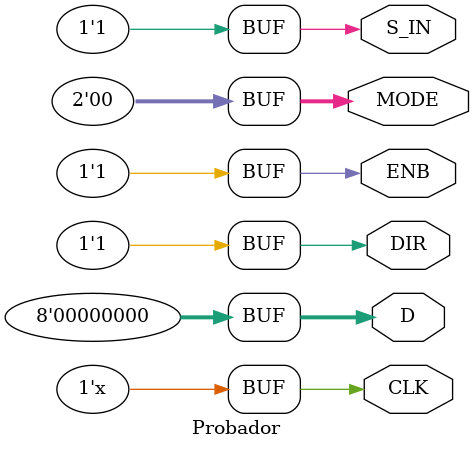
<source format=v>
module Probador (
		 output reg 	  CLK,
		 output reg 	  ENB,
		 output reg 	  DIR,
		 output reg 	  S_IN,
		 output reg [7:0] D,
		 output reg [1:0] MODE
		 );
		 
   initial
     begin
	#10 CLK = 1'b0;
	ENB = 1;	
	DIR = 0;
	S_IN = 1;
	// Prueba 5, inicialmente el registro se encuentra
	// indeterminado y se carga 0000 en paralelo
	D[7:0] = 8'b00000000;
	#2 MODE[1:0] = 2'b10;
	// Prueba 1, funcionamiento rotacion izq
	#88 MODE[1:0] = 2'b00;
	// Prueba 2, funcionamiento rotacion der
	#20 DIR = 1;
	S_IN = 0;
	#20 S_IN = 1;
	#2 S_IN = 0;
	#2 S_IN = 1;
	// Prueba 3, rotacion circular a la izq
//	#4 S_IN = 1;
//	#2 MODE[1:0] = 2'b01;
//	DIR = 0;	
	// Prueba 4, rotacion circular a la der	       
//	#6 DIR=1;
	// Demostración de funcionamiento del enable
//	#10 MODE[1:0] = 2'b10;
//	D[7:0] = 8'b11011100;	
//	#4 D[7:0] = 8'b11010011;
//	#2 D[7:0] = 8'b11110110;
//	ENB = 0;
//	#4 D[7:0] = 8'b00010000;
//	#2 D[7:0] = 8'b00011010;
//	#40 ENB = 1;
	



	
     end
   always
     begin
	#1 CLK = ~CLK;
	
     end
   //always 
   //  #25 ENB = ~ENB;
   //always //@ (posedge CLK)
   //  #30 MODE<= (MODE + 2'b01);
   //always //@ (posedge CLK)
   //  #30 D <= (D + 8'b00011100);
		 
endmodule

</source>
